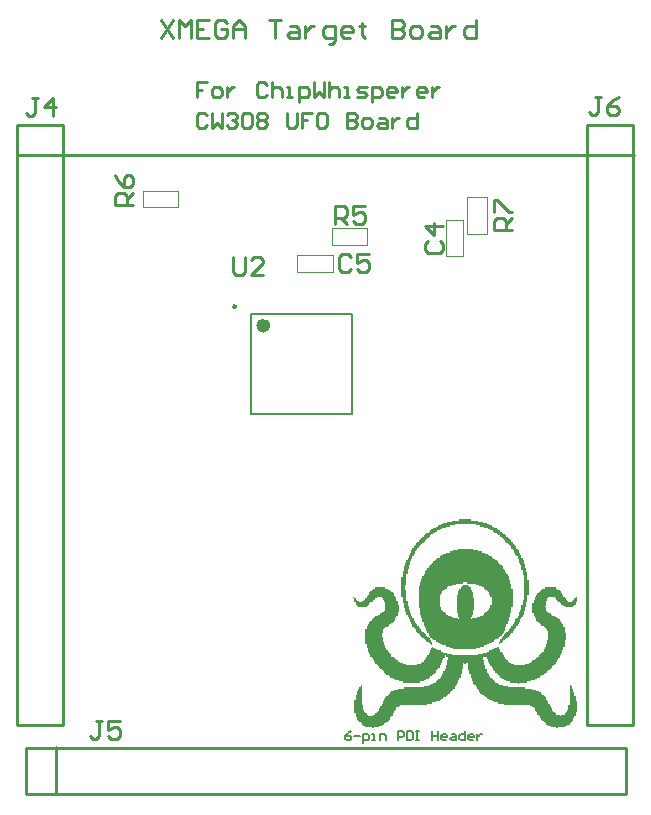
<source format=gto>
G04 Layer_Color=65535*
%FSLAX25Y25*%
%MOIN*%
G70*
G01*
G75*
%ADD17C,0.01000*%
%ADD29C,0.00984*%
%ADD30C,0.02362*%
%ADD31C,0.00394*%
%ADD32C,0.00787*%
%ADD33C,0.00800*%
G36*
X438141Y271916D02*
X439790D01*
Y271504D01*
X441027D01*
Y271092D01*
X442263D01*
Y270680D01*
X443088D01*
Y270267D01*
X443500D01*
Y269855D01*
X444324D01*
Y269443D01*
X444737D01*
Y269031D01*
X445561D01*
Y268619D01*
X445973D01*
Y268206D01*
X446385D01*
Y267794D01*
X446798D01*
Y267382D01*
X447210D01*
Y266970D01*
X447622D01*
Y266558D01*
X448034D01*
Y266145D01*
Y265733D01*
X448447D01*
Y265321D01*
X448859D01*
Y264909D01*
Y264496D01*
X449271D01*
Y264084D01*
X449683D01*
Y263672D01*
Y263260D01*
X450096D01*
Y262847D01*
Y262435D01*
Y262023D01*
X450508D01*
Y261611D01*
Y261199D01*
Y260786D01*
X450920D01*
Y260374D01*
Y259962D01*
Y259550D01*
Y259138D01*
X451332D01*
Y258725D01*
Y258313D01*
Y257901D01*
Y257489D01*
Y257077D01*
Y256664D01*
Y256252D01*
Y255840D01*
Y255428D01*
Y255015D01*
Y254603D01*
Y254191D01*
Y253779D01*
Y253366D01*
Y252954D01*
X450920D01*
Y252542D01*
Y252130D01*
Y251718D01*
Y251305D01*
Y250893D01*
X450508D01*
Y250481D01*
Y250069D01*
Y249657D01*
X450096D01*
Y249244D01*
Y248832D01*
Y248420D01*
X449683D01*
Y248008D01*
Y247596D01*
Y247183D01*
X449271D01*
Y246771D01*
Y246359D01*
X448859D01*
Y245947D01*
Y245534D01*
Y245122D01*
X448447D01*
Y244710D01*
Y244298D01*
X448034D01*
Y243885D01*
X447622D01*
Y243473D01*
X447210D01*
Y243061D01*
X446798D01*
Y242649D01*
X446385D01*
Y242237D01*
X445561D01*
Y241824D01*
X445149D01*
Y241412D01*
X444324D01*
Y241000D01*
X443500D01*
Y240588D01*
X442676D01*
Y240176D01*
X441851D01*
Y239763D01*
X440615D01*
Y239351D01*
X438966D01*
Y238939D01*
X431546D01*
Y239351D01*
X430309D01*
Y239763D01*
X429072D01*
Y240176D01*
X427836D01*
Y240588D01*
X427011D01*
Y241000D01*
X426599D01*
Y241412D01*
X425775D01*
Y241824D01*
X424950D01*
Y242237D01*
X424538D01*
Y242649D01*
X423714D01*
Y243061D01*
Y243473D01*
X423301D01*
Y243885D01*
Y244298D01*
X422889D01*
Y244710D01*
Y245122D01*
X422477D01*
Y245534D01*
Y245947D01*
X422065D01*
Y246359D01*
Y246771D01*
X421653D01*
Y247183D01*
Y247596D01*
Y248008D01*
X421240D01*
Y248420D01*
Y248832D01*
Y249244D01*
X420828D01*
Y249657D01*
Y250069D01*
Y250481D01*
X420416D01*
Y250893D01*
Y251305D01*
Y251718D01*
Y252130D01*
Y252542D01*
X420004D01*
Y252954D01*
Y253366D01*
Y253779D01*
Y254191D01*
Y254603D01*
Y255015D01*
Y255428D01*
Y255840D01*
Y256252D01*
Y256664D01*
Y257077D01*
Y257489D01*
Y257901D01*
Y258313D01*
Y258725D01*
Y259138D01*
Y259550D01*
Y259962D01*
X420416D01*
Y260374D01*
Y260786D01*
Y261199D01*
X420828D01*
Y261611D01*
Y262023D01*
Y262435D01*
X421240D01*
Y262847D01*
Y263260D01*
X421653D01*
Y263672D01*
Y264084D01*
X422065D01*
Y264496D01*
Y264909D01*
X422477D01*
Y265321D01*
X422889D01*
Y265733D01*
Y266145D01*
X423301D01*
Y266558D01*
X423714D01*
Y266970D01*
X424126D01*
Y267382D01*
X424538D01*
Y267794D01*
X424950D01*
Y268206D01*
X425362D01*
Y268619D01*
X425775D01*
Y269031D01*
X426187D01*
Y269443D01*
X427011D01*
Y269855D01*
X427423D01*
Y270267D01*
X428248D01*
Y270680D01*
X429072D01*
Y271092D01*
X430309D01*
Y271504D01*
X431546D01*
Y271916D01*
X433195D01*
Y272328D01*
X438141D01*
Y271916D01*
D02*
G37*
G36*
X465760Y259138D02*
X466172D01*
Y258725D01*
X466996D01*
Y258313D01*
X467409D01*
Y257901D01*
Y257489D01*
X467821D01*
Y257077D01*
X468233D01*
Y256664D01*
Y256252D01*
X468645D01*
Y255840D01*
X469058D01*
Y255428D01*
X469470D01*
Y255015D01*
X469882D01*
Y254603D01*
X471119D01*
Y255015D01*
X471531D01*
Y255428D01*
X471943D01*
Y255840D01*
X472355D01*
Y256252D01*
X472767D01*
Y255840D01*
Y255428D01*
Y255015D01*
Y254603D01*
X472355D01*
Y254191D01*
Y253779D01*
X471943D01*
Y253366D01*
X471531D01*
Y252954D01*
X468645D01*
Y253366D01*
X468233D01*
Y253779D01*
X467409D01*
Y254191D01*
X466996D01*
Y254603D01*
X466584D01*
Y255015D01*
X466172D01*
Y255428D01*
X465760D01*
Y255840D01*
X465347D01*
Y256252D01*
X463286D01*
Y255840D01*
X462874D01*
Y255428D01*
Y255015D01*
X462462D01*
Y254603D01*
Y254191D01*
Y253779D01*
Y253366D01*
X462050D01*
Y252954D01*
X462462D01*
Y252542D01*
Y252130D01*
Y251718D01*
X462874D01*
Y251305D01*
X463286D01*
Y250893D01*
X464111D01*
Y250481D01*
X464523D01*
Y250069D01*
X465347D01*
Y249657D01*
X466172D01*
Y249244D01*
X466584D01*
Y248832D01*
X466996D01*
Y248420D01*
X467409D01*
Y248008D01*
Y247596D01*
X467821D01*
Y247183D01*
X468233D01*
Y246771D01*
Y246359D01*
X468645D01*
Y245947D01*
Y245534D01*
Y245122D01*
Y244710D01*
Y244298D01*
X469058D01*
Y243885D01*
Y243473D01*
Y243061D01*
Y242649D01*
Y242237D01*
Y241824D01*
X468645D01*
Y241412D01*
Y241000D01*
Y240588D01*
Y240176D01*
Y239763D01*
X468233D01*
Y239351D01*
Y238939D01*
Y238527D01*
X467821D01*
Y238115D01*
Y237702D01*
X467409D01*
Y237290D01*
Y236878D01*
X466996D01*
Y236466D01*
Y236053D01*
X466584D01*
Y235641D01*
Y235229D01*
X466172D01*
Y234817D01*
X465760D01*
Y234404D01*
Y233992D01*
X465347D01*
Y233580D01*
X464935D01*
Y233168D01*
X464523D01*
Y232756D01*
X464111D01*
Y232343D01*
X463699D01*
Y231931D01*
X463286D01*
Y231519D01*
X462874D01*
Y231107D01*
X462050D01*
Y230695D01*
X461638D01*
Y230282D01*
X460813D01*
Y229870D01*
X460401D01*
Y229458D01*
X459577D01*
Y229046D01*
X458752D01*
Y228633D01*
X457515D01*
Y228221D01*
X456279D01*
Y227809D01*
X453393D01*
Y227397D01*
X452981D01*
Y227809D01*
X450508D01*
Y228221D01*
X449271D01*
Y228633D01*
X448447D01*
Y229046D01*
X447622D01*
Y229458D01*
X447210D01*
Y229870D01*
X446798D01*
Y230282D01*
X446385D01*
Y230695D01*
X445973D01*
Y231107D01*
X445561D01*
Y231519D01*
X445149D01*
Y231931D01*
X444737D01*
Y232343D01*
Y232756D01*
X444324D01*
Y233168D01*
X443912D01*
Y233580D01*
Y233992D01*
X443500D01*
Y234404D01*
Y234817D01*
X443088D01*
Y235229D01*
Y235641D01*
X442676D01*
Y236053D01*
Y236466D01*
X441439D01*
Y236053D01*
Y235641D01*
Y235229D01*
X441851D01*
Y234817D01*
Y234404D01*
Y233992D01*
Y233580D01*
X442263D01*
Y233168D01*
Y232756D01*
Y232343D01*
X442676D01*
Y231931D01*
Y231519D01*
Y231107D01*
X443088D01*
Y230695D01*
X443500D01*
Y230282D01*
Y229870D01*
X443912D01*
Y229458D01*
X444324D01*
Y229046D01*
X444737D01*
Y228633D01*
X445149D01*
Y228221D01*
X445561D01*
Y227809D01*
X446385D01*
Y227397D01*
X446798D01*
Y226985D01*
X448034D01*
Y226572D01*
X449683D01*
Y226160D01*
X455454D01*
Y225748D01*
X457928D01*
Y225336D01*
X459164D01*
Y224923D01*
X459989D01*
Y224511D01*
X460813D01*
Y224099D01*
X461225D01*
Y223687D01*
X461638D01*
Y223275D01*
X462050D01*
Y222862D01*
X462462D01*
Y222450D01*
Y222038D01*
X462874D01*
Y221626D01*
X463286D01*
Y221214D01*
Y220801D01*
X463699D01*
Y220389D01*
Y219977D01*
X464111D01*
Y219565D01*
Y219152D01*
X464523D01*
Y218740D01*
Y218328D01*
X464935D01*
Y217916D01*
X465347D01*
Y217504D01*
X465760D01*
Y217091D01*
X466996D01*
Y216679D01*
X467409D01*
Y217091D01*
X468645D01*
Y217504D01*
X469058D01*
Y217916D01*
X469470D01*
Y218328D01*
Y218740D01*
X469882D01*
Y219152D01*
Y219565D01*
Y219977D01*
Y220389D01*
X470294D01*
Y220801D01*
Y221214D01*
Y221626D01*
Y222038D01*
Y222450D01*
Y222862D01*
Y223275D01*
Y223687D01*
Y224099D01*
Y224511D01*
Y224923D01*
Y225336D01*
Y225748D01*
Y226160D01*
Y226572D01*
Y226985D01*
X470706D01*
Y226572D01*
X471119D01*
Y226160D01*
Y225748D01*
X471531D01*
Y225336D01*
Y224923D01*
Y224511D01*
X471943D01*
Y224099D01*
Y223687D01*
Y223275D01*
X472355D01*
Y222862D01*
Y222450D01*
Y222038D01*
Y221626D01*
X472767D01*
Y221214D01*
Y220801D01*
Y220389D01*
Y219977D01*
Y219565D01*
Y219152D01*
Y218740D01*
Y218328D01*
Y217916D01*
X472355D01*
Y217504D01*
Y217091D01*
Y216679D01*
X471943D01*
Y216267D01*
Y215855D01*
X471531D01*
Y215442D01*
Y215030D01*
X471119D01*
Y214618D01*
X470706D01*
Y214206D01*
X470294D01*
Y213794D01*
X469470D01*
Y213381D01*
X468645D01*
Y212969D01*
X466584D01*
Y212557D01*
X465760D01*
Y212969D01*
X464111D01*
Y213381D01*
X463286D01*
Y213794D01*
X462462D01*
Y214206D01*
X462050D01*
Y214618D01*
X461638D01*
Y215030D01*
X461225D01*
Y215442D01*
X460813D01*
Y215855D01*
X460401D01*
Y216267D01*
Y216679D01*
X459989D01*
Y217091D01*
X459577D01*
Y217504D01*
Y217916D01*
X459164D01*
Y218328D01*
X458752D01*
Y218740D01*
Y219152D01*
X458340D01*
Y219565D01*
X457928D01*
Y219977D01*
X457103D01*
Y220389D01*
X448447D01*
Y220801D01*
X446385D01*
Y221214D01*
X445149D01*
Y221626D01*
X444324D01*
Y222038D01*
X443500D01*
Y222450D01*
X442676D01*
Y222862D01*
X442263D01*
Y223275D01*
X441851D01*
Y223687D01*
X441027D01*
Y224099D01*
X440615D01*
Y224511D01*
X440202D01*
Y224923D01*
Y225336D01*
X439790D01*
Y225748D01*
X439378D01*
Y226160D01*
X438966D01*
Y226572D01*
Y226985D01*
X438553D01*
Y227397D01*
X438141D01*
Y227809D01*
Y228221D01*
X437729D01*
Y228633D01*
Y229046D01*
Y229458D01*
X437317D01*
Y229870D01*
Y230282D01*
Y230695D01*
X436904D01*
Y231107D01*
Y231519D01*
Y231931D01*
X436492D01*
Y232343D01*
Y232756D01*
Y233168D01*
Y233580D01*
Y233992D01*
Y234404D01*
X435668D01*
Y233992D01*
X435256D01*
Y234404D01*
X434843D01*
Y233992D01*
Y233580D01*
Y233168D01*
Y232756D01*
Y232343D01*
X434431D01*
Y231931D01*
Y231519D01*
Y231107D01*
Y230695D01*
X434019D01*
Y230282D01*
Y229870D01*
Y229458D01*
X433607D01*
Y229046D01*
Y228633D01*
X433195D01*
Y228221D01*
Y227809D01*
X432782D01*
Y227397D01*
Y226985D01*
X432370D01*
Y226572D01*
X431958D01*
Y226160D01*
Y225748D01*
X431546D01*
Y225336D01*
X431134D01*
Y224923D01*
X430721D01*
Y224511D01*
X430309D01*
Y224099D01*
X429897D01*
Y223687D01*
X429485D01*
Y223275D01*
X429072D01*
Y222862D01*
X428248D01*
Y222450D01*
X427423D01*
Y222038D01*
X427011D01*
Y221626D01*
X425775D01*
Y221214D01*
X424538D01*
Y220801D01*
X422889D01*
Y220389D01*
X413820D01*
Y219977D01*
X413408D01*
Y219565D01*
X412584D01*
Y219152D01*
Y218740D01*
X412172D01*
Y218328D01*
X411759D01*
Y217916D01*
Y217504D01*
X411347D01*
Y217091D01*
Y216679D01*
X410935D01*
Y216267D01*
X410523D01*
Y215855D01*
Y215442D01*
X410110D01*
Y215030D01*
X409698D01*
Y214618D01*
X409286D01*
Y214206D01*
X408462D01*
Y213794D01*
X407637D01*
Y213381D01*
X406813D01*
Y212969D01*
X405164D01*
Y212557D01*
X404339D01*
Y212969D01*
X402278D01*
Y213381D01*
X401454D01*
Y213794D01*
X401042D01*
Y214206D01*
X400629D01*
Y214618D01*
X400217D01*
Y215030D01*
X399805D01*
Y215442D01*
X399393D01*
Y215855D01*
Y216267D01*
X398980D01*
Y216679D01*
Y217091D01*
Y217504D01*
X398568D01*
Y217916D01*
Y218328D01*
Y218740D01*
Y219152D01*
Y219565D01*
Y219977D01*
Y220389D01*
Y220801D01*
Y221214D01*
Y221626D01*
Y222038D01*
X398980D01*
Y222450D01*
Y222862D01*
Y223275D01*
Y223687D01*
X399393D01*
Y224099D01*
Y224511D01*
Y224923D01*
X399805D01*
Y225336D01*
Y225748D01*
X400217D01*
Y226160D01*
X400629D01*
Y226572D01*
Y226985D01*
X401042D01*
Y226572D01*
Y226160D01*
Y225748D01*
Y225336D01*
Y224923D01*
Y224511D01*
Y224099D01*
Y223687D01*
Y223275D01*
Y222862D01*
Y222450D01*
Y222038D01*
Y221626D01*
Y221214D01*
Y220801D01*
Y220389D01*
X401454D01*
Y219977D01*
Y219565D01*
Y219152D01*
Y218740D01*
X401866D01*
Y218328D01*
Y217916D01*
X402278D01*
Y217504D01*
X402691D01*
Y217091D01*
X403103D01*
Y216679D01*
X404752D01*
Y217091D01*
X405576D01*
Y217504D01*
X405988D01*
Y217916D01*
X406400D01*
Y218328D01*
X406813D01*
Y218740D01*
Y219152D01*
X407225D01*
Y219565D01*
Y219977D01*
X407637D01*
Y220389D01*
Y220801D01*
X408049D01*
Y221214D01*
Y221626D01*
X408462D01*
Y222038D01*
Y222450D01*
X408874D01*
Y222862D01*
X409286D01*
Y223275D01*
X409698D01*
Y223687D01*
X410110D01*
Y224099D01*
X410523D01*
Y224511D01*
X410935D01*
Y224923D01*
X411759D01*
Y225336D01*
X412996D01*
Y225748D01*
X415057D01*
Y226160D01*
X421653D01*
Y226572D01*
X423301D01*
Y226985D01*
X424126D01*
Y227397D01*
X424950D01*
Y227809D01*
X425775D01*
Y228221D01*
X426187D01*
Y228633D01*
X426599D01*
Y229046D01*
X427011D01*
Y229458D01*
X427423D01*
Y229870D01*
X427836D01*
Y230282D01*
Y230695D01*
X428248D01*
Y231107D01*
Y231519D01*
X428660D01*
Y231931D01*
Y232343D01*
X429072D01*
Y232756D01*
Y233168D01*
Y233580D01*
X429485D01*
Y233992D01*
Y234404D01*
Y234817D01*
Y235229D01*
X429897D01*
Y235641D01*
Y236053D01*
Y236466D01*
X429072D01*
Y236878D01*
X428660D01*
Y236466D01*
Y236053D01*
X428248D01*
Y235641D01*
Y235229D01*
X427836D01*
Y234817D01*
Y234404D01*
X427423D01*
Y233992D01*
Y233580D01*
X427011D01*
Y233168D01*
Y232756D01*
X426599D01*
Y232343D01*
X426187D01*
Y231931D01*
X425775D01*
Y231519D01*
Y231107D01*
X425362D01*
Y230695D01*
X424950D01*
Y230282D01*
X424538D01*
Y229870D01*
X423714D01*
Y229458D01*
X423301D01*
Y229046D01*
X422477D01*
Y228633D01*
X421653D01*
Y228221D01*
X420416D01*
Y227809D01*
X414645D01*
Y228221D01*
X413408D01*
Y228633D01*
X412172D01*
Y229046D01*
X411347D01*
Y229458D01*
X410523D01*
Y229870D01*
X410110D01*
Y230282D01*
X409286D01*
Y230695D01*
X408874D01*
Y231107D01*
X408462D01*
Y231519D01*
X408049D01*
Y231931D01*
X407637D01*
Y232343D01*
X407225D01*
Y232756D01*
X406813D01*
Y233168D01*
X406400D01*
Y233580D01*
X405988D01*
Y233992D01*
X405576D01*
Y234404D01*
Y234817D01*
X405164D01*
Y235229D01*
X404752D01*
Y235641D01*
Y236053D01*
X404339D01*
Y236466D01*
X403927D01*
Y236878D01*
Y237290D01*
X403515D01*
Y237702D01*
Y238115D01*
X403103D01*
Y238527D01*
Y238939D01*
Y239351D01*
X402691D01*
Y239763D01*
Y240176D01*
Y240588D01*
X402278D01*
Y241000D01*
Y241412D01*
Y241824D01*
Y242237D01*
Y242649D01*
Y243061D01*
Y243473D01*
Y243885D01*
Y244298D01*
Y244710D01*
Y245122D01*
Y245534D01*
X402691D01*
Y245947D01*
Y246359D01*
Y246771D01*
X403103D01*
Y247183D01*
X403515D01*
Y247596D01*
Y248008D01*
X403927D01*
Y248420D01*
X404339D01*
Y248832D01*
X404752D01*
Y249244D01*
X405164D01*
Y249657D01*
X405576D01*
Y250069D01*
X406400D01*
Y250481D01*
X407225D01*
Y250893D01*
X407637D01*
Y251305D01*
X408462D01*
Y251718D01*
X408874D01*
Y252130D01*
Y252542D01*
Y252954D01*
Y253366D01*
Y253779D01*
Y254191D01*
Y254603D01*
X408462D01*
Y255015D01*
Y255428D01*
X408049D01*
Y255840D01*
X407637D01*
Y256252D01*
X405988D01*
Y255840D01*
X405576D01*
Y255428D01*
X404752D01*
Y255015D01*
Y254603D01*
X403927D01*
Y254191D01*
X403515D01*
Y253779D01*
X403103D01*
Y253366D01*
X402691D01*
Y252954D01*
X399805D01*
Y253366D01*
X399393D01*
Y253779D01*
X398980D01*
Y254191D01*
Y254603D01*
X398568D01*
Y255015D01*
Y255428D01*
Y255840D01*
X398156D01*
Y256252D01*
X398568D01*
Y255840D01*
X398980D01*
Y255428D01*
X399393D01*
Y255015D01*
X400217D01*
Y254603D01*
X401042D01*
Y255015D01*
X401866D01*
Y255428D01*
X402278D01*
Y255840D01*
X402691D01*
Y256252D01*
Y256664D01*
X403103D01*
Y257077D01*
X403515D01*
Y257489D01*
Y257901D01*
X403927D01*
Y258313D01*
X404339D01*
Y258725D01*
X404752D01*
Y259138D01*
X405576D01*
Y259550D01*
X408874D01*
Y259138D01*
X409698D01*
Y258725D01*
X410523D01*
Y258313D01*
X410935D01*
Y257901D01*
X411347D01*
Y257489D01*
X411759D01*
Y257077D01*
Y256664D01*
X412172D01*
Y256252D01*
X412584D01*
Y255840D01*
Y255428D01*
Y255015D01*
X412996D01*
Y254603D01*
Y254191D01*
Y253779D01*
X413408D01*
Y253366D01*
Y252954D01*
Y252542D01*
Y252130D01*
Y251718D01*
Y251305D01*
X412996D01*
Y250893D01*
Y250481D01*
Y250069D01*
X412584D01*
Y249657D01*
Y249244D01*
X412172D01*
Y248832D01*
Y248420D01*
X411759D01*
Y248008D01*
X411347D01*
Y247596D01*
X410935D01*
Y247183D01*
X410110D01*
Y246771D01*
X409698D01*
Y246359D01*
X408874D01*
Y245947D01*
X408462D01*
Y245534D01*
X408049D01*
Y245122D01*
Y244710D01*
Y244298D01*
X407637D01*
Y243885D01*
Y243473D01*
Y243061D01*
X408049D01*
Y242649D01*
Y242237D01*
Y241824D01*
Y241412D01*
X408462D01*
Y241000D01*
Y240588D01*
Y240176D01*
X408874D01*
Y239763D01*
Y239351D01*
X409286D01*
Y238939D01*
Y238527D01*
X409698D01*
Y238115D01*
X410110D01*
Y237702D01*
X410523D01*
Y237290D01*
X410935D01*
Y236878D01*
Y236466D01*
X411759D01*
Y236053D01*
X412172D01*
Y235641D01*
X412584D01*
Y235229D01*
X412996D01*
Y234817D01*
X413820D01*
Y234404D01*
X414645D01*
Y233992D01*
X415881D01*
Y233580D01*
X419591D01*
Y233992D01*
X420828D01*
Y234404D01*
X421240D01*
Y234817D01*
X421653D01*
Y235229D01*
X422065D01*
Y235641D01*
X422477D01*
Y236053D01*
Y236466D01*
X422889D01*
Y236878D01*
X423301D01*
Y237290D01*
Y237702D01*
X423714D01*
Y238115D01*
Y238527D01*
X424126D01*
Y238939D01*
Y239351D01*
X424538D01*
Y239763D01*
X424950D01*
Y239351D01*
X425362D01*
Y238939D01*
X426187D01*
Y238527D01*
X427423D01*
Y238115D01*
X428248D01*
Y237702D01*
X429485D01*
Y237290D01*
X431134D01*
Y236878D01*
X439790D01*
Y237290D01*
X441439D01*
Y237702D01*
X442676D01*
Y238115D01*
X443500D01*
Y238527D01*
X444324D01*
Y238939D01*
X445149D01*
Y239351D01*
X445973D01*
Y239763D01*
X446798D01*
Y239351D01*
Y238939D01*
X447210D01*
Y238527D01*
Y238115D01*
X447622D01*
Y237702D01*
X448034D01*
Y237290D01*
Y236878D01*
X448447D01*
Y236466D01*
X448859D01*
Y236053D01*
Y235641D01*
X449271D01*
Y235229D01*
X449683D01*
Y234817D01*
X450096D01*
Y234404D01*
X450920D01*
Y233992D01*
X451744D01*
Y233580D01*
X455454D01*
Y233992D01*
X456691D01*
Y234404D01*
X457515D01*
Y234817D01*
X457928D01*
Y235229D01*
X458752D01*
Y235641D01*
X459164D01*
Y236053D01*
X459577D01*
Y236466D01*
X459989D01*
Y236878D01*
X460401D01*
Y237290D01*
X460813D01*
Y237702D01*
X461225D01*
Y238115D01*
X461638D01*
Y238527D01*
Y238939D01*
X462050D01*
Y239351D01*
Y239763D01*
X462462D01*
Y240176D01*
Y240588D01*
X462874D01*
Y241000D01*
Y241412D01*
Y241824D01*
X463286D01*
Y242237D01*
Y242649D01*
Y243061D01*
Y243473D01*
Y243885D01*
Y244298D01*
Y244710D01*
Y245122D01*
X462874D01*
Y245534D01*
X462462D01*
Y245947D01*
X462050D01*
Y246359D01*
X461638D01*
Y246771D01*
X460813D01*
Y247183D01*
X460401D01*
Y247596D01*
X459989D01*
Y248008D01*
X459577D01*
Y248420D01*
X459164D01*
Y248832D01*
Y249244D01*
X458752D01*
Y249657D01*
Y250069D01*
X458340D01*
Y250481D01*
Y250893D01*
X457928D01*
Y251305D01*
Y251718D01*
Y252130D01*
Y252542D01*
Y252954D01*
Y253366D01*
Y253779D01*
Y254191D01*
X458340D01*
Y254603D01*
Y255015D01*
Y255428D01*
X458752D01*
Y255840D01*
Y256252D01*
X459164D01*
Y256664D01*
Y257077D01*
X459577D01*
Y257489D01*
X459989D01*
Y257901D01*
X460401D01*
Y258313D01*
X460813D01*
Y258725D01*
X461225D01*
Y259138D01*
X462050D01*
Y259550D01*
X465760D01*
Y259138D01*
D02*
G37*
G36*
X437317Y281809D02*
X439790D01*
Y281397D01*
X441439D01*
Y280985D01*
X442676D01*
Y280573D01*
X443500D01*
Y280161D01*
X444324D01*
Y279748D01*
X445149D01*
Y279336D01*
X445973D01*
Y278924D01*
X446385D01*
Y278512D01*
X447210D01*
Y278100D01*
X447622D01*
Y277687D01*
X448034D01*
Y277275D01*
X448859D01*
Y276863D01*
X449271D01*
Y276451D01*
X449683D01*
Y276039D01*
X450096D01*
Y275626D01*
X450508D01*
Y275214D01*
X450920D01*
Y274802D01*
X451332D01*
Y274390D01*
Y273977D01*
X451744D01*
Y273565D01*
X452157D01*
Y273153D01*
X452569D01*
Y272741D01*
Y272328D01*
X452981D01*
Y271916D01*
X453393D01*
Y271504D01*
Y271092D01*
X453805D01*
Y270680D01*
Y270267D01*
X454218D01*
Y269855D01*
Y269443D01*
X454630D01*
Y269031D01*
Y268619D01*
X455042D01*
Y268206D01*
Y267794D01*
Y267382D01*
X455454D01*
Y266970D01*
Y266558D01*
Y266145D01*
X455866D01*
Y265733D01*
Y265321D01*
Y264909D01*
Y264496D01*
X456279D01*
Y264084D01*
Y263672D01*
Y263260D01*
Y262847D01*
Y262435D01*
Y262023D01*
X456691D01*
Y261611D01*
Y261199D01*
Y260786D01*
Y260374D01*
Y259962D01*
Y259550D01*
Y259138D01*
Y258725D01*
Y258313D01*
Y257901D01*
Y257489D01*
Y257077D01*
X456279D01*
Y256664D01*
Y256252D01*
Y255840D01*
Y255428D01*
Y255015D01*
Y254603D01*
X455866D01*
Y254191D01*
Y253779D01*
Y253366D01*
Y252954D01*
X455454D01*
Y252542D01*
Y252130D01*
Y251718D01*
X455042D01*
Y251305D01*
Y250893D01*
Y250481D01*
X454630D01*
Y250069D01*
Y249657D01*
X454218D01*
Y249244D01*
Y248832D01*
X453805D01*
Y248420D01*
Y248008D01*
X453393D01*
Y247596D01*
Y247183D01*
X452981D01*
Y246771D01*
X452569D01*
Y246359D01*
Y245947D01*
X452157D01*
Y245534D01*
X451744D01*
Y245122D01*
X451332D01*
Y244710D01*
Y244298D01*
X450920D01*
Y243885D01*
X450508D01*
Y243473D01*
X450096D01*
Y243061D01*
X449683D01*
Y242649D01*
X449271D01*
Y242237D01*
X448859D01*
Y241824D01*
X448034D01*
Y241412D01*
X447622D01*
Y241000D01*
X447210D01*
Y240588D01*
X446798D01*
Y241000D01*
Y241412D01*
X447210D01*
Y241824D01*
Y242237D01*
X447622D01*
Y242649D01*
Y243061D01*
X448034D01*
Y243473D01*
X448447D01*
Y243885D01*
X448859D01*
Y244298D01*
X449271D01*
Y244710D01*
X449683D01*
Y245122D01*
X450096D01*
Y245534D01*
X450508D01*
Y245947D01*
X450920D01*
Y246359D01*
Y246771D01*
X451332D01*
Y247183D01*
X451744D01*
Y247596D01*
Y248008D01*
X452157D01*
Y248420D01*
Y248832D01*
X452569D01*
Y249244D01*
X452981D01*
Y249657D01*
Y250069D01*
X453393D01*
Y250481D01*
Y250893D01*
Y251305D01*
X453805D01*
Y251718D01*
Y252130D01*
X454218D01*
Y252542D01*
Y252954D01*
Y253366D01*
Y253779D01*
X454630D01*
Y254191D01*
Y254603D01*
Y255015D01*
Y255428D01*
X455042D01*
Y255840D01*
Y256252D01*
Y256664D01*
Y257077D01*
Y257489D01*
Y257901D01*
Y258313D01*
Y258725D01*
Y259138D01*
Y259550D01*
Y259962D01*
Y260374D01*
Y260786D01*
Y261199D01*
Y261611D01*
Y262023D01*
Y262435D01*
Y262847D01*
Y263260D01*
Y263672D01*
X454630D01*
Y264084D01*
Y264496D01*
Y264909D01*
Y265321D01*
X454218D01*
Y265733D01*
Y266145D01*
Y266558D01*
Y266970D01*
X453805D01*
Y267382D01*
Y267794D01*
X453393D01*
Y268206D01*
Y268619D01*
Y269031D01*
X452981D01*
Y269443D01*
Y269855D01*
X452569D01*
Y270267D01*
X452157D01*
Y270680D01*
Y271092D01*
X451744D01*
Y271504D01*
Y271916D01*
X451332D01*
Y272328D01*
X450920D01*
Y272741D01*
Y273153D01*
X450508D01*
Y273565D01*
X450096D01*
Y273977D01*
X449683D01*
Y274390D01*
X449271D01*
Y274802D01*
X448859D01*
Y275214D01*
X448447D01*
Y275626D01*
X448034D01*
Y276039D01*
X447622D01*
Y276451D01*
X447210D01*
Y276863D01*
X446385D01*
Y277275D01*
X445973D01*
Y277687D01*
X445149D01*
Y278100D01*
X444737D01*
Y278512D01*
X443912D01*
Y278924D01*
X443088D01*
Y279336D01*
X441851D01*
Y279748D01*
X440615D01*
Y280161D01*
X438966D01*
Y280573D01*
X431958D01*
Y280161D01*
X430309D01*
Y279748D01*
X429072D01*
Y279336D01*
X427836D01*
Y278924D01*
X427011D01*
Y278512D01*
X426187D01*
Y278100D01*
X425362D01*
Y277687D01*
X424950D01*
Y277275D01*
X424126D01*
Y276863D01*
X423714D01*
Y276451D01*
X423301D01*
Y276039D01*
X422889D01*
Y275626D01*
X422477D01*
Y275214D01*
X422065D01*
Y274802D01*
X421653D01*
Y274390D01*
X421240D01*
Y273977D01*
X420828D01*
Y273565D01*
X420416D01*
Y273153D01*
X420004D01*
Y272741D01*
X419591D01*
Y272328D01*
Y271916D01*
X419179D01*
Y271504D01*
X418767D01*
Y271092D01*
Y270680D01*
X418355D01*
Y270267D01*
Y269855D01*
X417942D01*
Y269443D01*
Y269031D01*
X417530D01*
Y268619D01*
Y268206D01*
X417118D01*
Y267794D01*
Y267382D01*
Y266970D01*
X416706D01*
Y266558D01*
Y266145D01*
Y265733D01*
X416294D01*
Y265321D01*
Y264909D01*
Y264496D01*
Y264084D01*
X415881D01*
Y263672D01*
Y263260D01*
Y262847D01*
Y262435D01*
Y262023D01*
Y261611D01*
Y261199D01*
Y260786D01*
Y260374D01*
X415469D01*
Y259962D01*
Y259550D01*
Y259138D01*
Y258725D01*
X415881D01*
Y258313D01*
Y257901D01*
Y257489D01*
Y257077D01*
Y256664D01*
Y256252D01*
Y255840D01*
Y255428D01*
Y255015D01*
X416294D01*
Y254603D01*
Y254191D01*
Y253779D01*
Y253366D01*
X416706D01*
Y252954D01*
Y252542D01*
Y252130D01*
X417118D01*
Y251718D01*
Y251305D01*
Y250893D01*
X417530D01*
Y250481D01*
Y250069D01*
X417942D01*
Y249657D01*
Y249244D01*
X418355D01*
Y248832D01*
Y248420D01*
X418767D01*
Y248008D01*
Y247596D01*
X419179D01*
Y247183D01*
X419591D01*
Y246771D01*
X420004D01*
Y246359D01*
Y245947D01*
X420416D01*
Y245534D01*
X420828D01*
Y245122D01*
X421240D01*
Y244710D01*
X421653D01*
Y244298D01*
X422065D01*
Y243885D01*
X422477D01*
Y243473D01*
X422889D01*
Y243061D01*
X423301D01*
Y242649D01*
X423714D01*
Y242237D01*
Y241824D01*
X424126D01*
Y241412D01*
X424538D01*
Y241000D01*
Y240588D01*
Y240176D01*
X424126D01*
Y240588D01*
X423714D01*
Y241000D01*
X423301D01*
Y241412D01*
X422477D01*
Y241824D01*
X422065D01*
Y242237D01*
X421653D01*
Y242649D01*
X421240D01*
Y243061D01*
X420828D01*
Y243473D01*
X420416D01*
Y243885D01*
X420004D01*
Y244298D01*
X419591D01*
Y244710D01*
X419179D01*
Y245122D01*
Y245534D01*
X418767D01*
Y245947D01*
X418355D01*
Y246359D01*
X417942D01*
Y246771D01*
Y247183D01*
X417530D01*
Y247596D01*
Y248008D01*
X417118D01*
Y248420D01*
Y248832D01*
X416706D01*
Y249244D01*
Y249657D01*
X416294D01*
Y250069D01*
Y250481D01*
X415881D01*
Y250893D01*
Y251305D01*
X415469D01*
Y251718D01*
Y252130D01*
Y252542D01*
X415057D01*
Y252954D01*
Y253366D01*
Y253779D01*
Y254191D01*
X414645D01*
Y254603D01*
Y255015D01*
Y255428D01*
Y255840D01*
Y256252D01*
X414233D01*
Y256664D01*
Y257077D01*
Y257489D01*
Y257901D01*
Y258313D01*
Y258725D01*
Y259138D01*
Y259550D01*
Y259962D01*
Y260374D01*
Y260786D01*
Y261199D01*
Y261611D01*
Y262023D01*
Y262435D01*
Y262847D01*
X414645D01*
Y263260D01*
Y263672D01*
Y264084D01*
Y264496D01*
Y264909D01*
X415057D01*
Y265321D01*
Y265733D01*
Y266145D01*
Y266558D01*
X415469D01*
Y266970D01*
Y267382D01*
Y267794D01*
X415881D01*
Y268206D01*
Y268619D01*
X416294D01*
Y269031D01*
Y269443D01*
X416706D01*
Y269855D01*
Y270267D01*
X417118D01*
Y270680D01*
Y271092D01*
X417530D01*
Y271504D01*
Y271916D01*
X417942D01*
Y272328D01*
Y272741D01*
X418355D01*
Y273153D01*
X418767D01*
Y273565D01*
X419179D01*
Y273977D01*
Y274390D01*
X419591D01*
Y274802D01*
X420004D01*
Y275214D01*
X420416D01*
Y275626D01*
X420828D01*
Y276039D01*
X421240D01*
Y276451D01*
X421653D01*
Y276863D01*
X422065D01*
Y277275D01*
X422477D01*
Y277687D01*
X423301D01*
Y278100D01*
X423714D01*
Y278512D01*
X424126D01*
Y278924D01*
X424950D01*
Y279336D01*
X425775D01*
Y279748D01*
X426599D01*
Y280161D01*
X427423D01*
Y280573D01*
X428248D01*
Y280985D01*
X429485D01*
Y281397D01*
X431134D01*
Y281809D01*
X433607D01*
Y282222D01*
X437317D01*
Y281809D01*
D02*
G37*
%LPC*%
G36*
X436080Y261199D02*
X434843D01*
Y260786D01*
X432370D01*
Y260374D01*
X431134D01*
Y259962D01*
X429897D01*
Y259550D01*
X429485D01*
Y259138D01*
X428660D01*
Y258725D01*
X428248D01*
Y258313D01*
X427836D01*
Y257901D01*
Y257489D01*
X427423D01*
Y257077D01*
X427011D01*
Y256664D01*
Y256252D01*
Y255840D01*
Y255428D01*
Y255015D01*
Y254603D01*
Y254191D01*
Y253779D01*
Y253366D01*
Y252954D01*
X427423D01*
Y252542D01*
Y252130D01*
X427836D01*
Y251718D01*
X428248D01*
Y251305D01*
X428660D01*
Y250893D01*
X429072D01*
Y250481D01*
X429897D01*
Y250069D01*
X430721D01*
Y249657D01*
X431546D01*
Y249244D01*
X433195D01*
Y248832D01*
X433607D01*
Y249244D01*
Y249657D01*
X433195D01*
Y250069D01*
Y250481D01*
Y250893D01*
X432782D01*
Y251305D01*
Y251718D01*
Y252130D01*
Y252542D01*
Y252954D01*
Y253366D01*
Y253779D01*
Y254191D01*
Y254603D01*
Y255015D01*
Y255428D01*
Y255840D01*
Y256252D01*
Y256664D01*
Y257077D01*
X433195D01*
Y257489D01*
Y257901D01*
Y258313D01*
X433607D01*
Y258725D01*
Y259138D01*
X434019D01*
Y259550D01*
X434431D01*
Y259962D01*
X434843D01*
Y260374D01*
X436492D01*
Y259962D01*
X436904D01*
Y259550D01*
X437317D01*
Y259138D01*
Y258725D01*
X437729D01*
Y258313D01*
Y257901D01*
X438141D01*
Y257489D01*
Y257077D01*
Y256664D01*
Y256252D01*
Y255840D01*
X438553D01*
Y255428D01*
Y255015D01*
Y254603D01*
Y254191D01*
Y253779D01*
Y253366D01*
Y252954D01*
Y252542D01*
Y252130D01*
X438141D01*
Y251718D01*
Y251305D01*
Y250893D01*
Y250481D01*
X437729D01*
Y250069D01*
Y249657D01*
X437317D01*
Y249244D01*
Y248832D01*
X437729D01*
Y249244D01*
X439378D01*
Y249657D01*
X440615D01*
Y250069D01*
X441439D01*
Y250481D01*
X441851D01*
Y250893D01*
X442263D01*
Y251305D01*
X442676D01*
Y251718D01*
X443088D01*
Y252130D01*
X443500D01*
Y252542D01*
X443912D01*
Y252954D01*
Y253366D01*
Y253779D01*
X444324D01*
Y254191D01*
Y254603D01*
Y255015D01*
Y255428D01*
Y255840D01*
Y256252D01*
X443912D01*
Y256664D01*
Y257077D01*
X443500D01*
Y257489D01*
Y257901D01*
X443088D01*
Y258313D01*
X442676D01*
Y258725D01*
X442263D01*
Y259138D01*
X441851D01*
Y259550D01*
X441027D01*
Y259962D01*
X440202D01*
Y260374D01*
X438966D01*
Y260786D01*
X436080D01*
Y261199D01*
D02*
G37*
%LPD*%
D17*
X476126Y213500D02*
Y413500D01*
Y213500D02*
X491500D01*
Y413500D01*
X476126D02*
X491500D01*
X476126Y403500D02*
X491874D01*
X289000Y190626D02*
X489000D01*
Y206000D01*
X289000D02*
X489000D01*
X289000Y190626D02*
Y206000D01*
X299000Y190626D02*
Y206374D01*
X286126Y213500D02*
Y413500D01*
Y213500D02*
X301500D01*
Y413500D01*
X286126D02*
X301500D01*
X286126Y403500D02*
X301874D01*
X476126D01*
X349332Y427829D02*
X346000D01*
Y425330D01*
X347666D01*
X346000D01*
Y422830D01*
X351831D02*
X353498D01*
X354331Y423664D01*
Y425330D01*
X353498Y426163D01*
X351831D01*
X350998Y425330D01*
Y423664D01*
X351831Y422830D01*
X355997Y426163D02*
Y422830D01*
Y424497D01*
X356830Y425330D01*
X357663Y426163D01*
X358496D01*
X369326Y426996D02*
X368493Y427829D01*
X366827D01*
X365993Y426996D01*
Y423664D01*
X366827Y422830D01*
X368493D01*
X369326Y423664D01*
X370992Y427829D02*
Y422830D01*
Y425330D01*
X371825Y426163D01*
X373491D01*
X374324Y425330D01*
Y422830D01*
X375990D02*
X377656D01*
X376823D01*
Y426163D01*
X375990D01*
X380156Y421164D02*
Y426163D01*
X382655D01*
X383488Y425330D01*
Y423664D01*
X382655Y422830D01*
X380156D01*
X385154Y427829D02*
Y422830D01*
X386820Y424497D01*
X388486Y422830D01*
Y427829D01*
X390152D02*
Y422830D01*
Y425330D01*
X390985Y426163D01*
X392652D01*
X393485Y425330D01*
Y422830D01*
X395151D02*
X396817D01*
X395984D01*
Y426163D01*
X395151D01*
X399316Y422830D02*
X401815D01*
X402648Y423664D01*
X401815Y424497D01*
X400149D01*
X399316Y425330D01*
X400149Y426163D01*
X402648D01*
X404314Y421164D02*
Y426163D01*
X406814D01*
X407647Y425330D01*
Y423664D01*
X406814Y422830D01*
X404314D01*
X411812D02*
X410146D01*
X409313Y423664D01*
Y425330D01*
X410146Y426163D01*
X411812D01*
X412645Y425330D01*
Y424497D01*
X409313D01*
X414311Y426163D02*
Y422830D01*
Y424497D01*
X415144Y425330D01*
X415977Y426163D01*
X416810D01*
X421809Y422830D02*
X420143D01*
X419310Y423664D01*
Y425330D01*
X420143Y426163D01*
X421809D01*
X422642Y425330D01*
Y424497D01*
X419310D01*
X424308Y426163D02*
Y422830D01*
Y424497D01*
X425141Y425330D01*
X425974Y426163D01*
X426807D01*
X349332Y416932D02*
X348499Y417765D01*
X346833D01*
X346000Y416932D01*
Y413599D01*
X346833Y412766D01*
X348499D01*
X349332Y413599D01*
X350998Y417765D02*
Y412766D01*
X352664Y414432D01*
X354331Y412766D01*
Y417765D01*
X355997Y416932D02*
X356830Y417765D01*
X358496D01*
X359329Y416932D01*
Y416098D01*
X358496Y415265D01*
X357663D01*
X358496D01*
X359329Y414432D01*
Y413599D01*
X358496Y412766D01*
X356830D01*
X355997Y413599D01*
X360995Y416932D02*
X361828Y417765D01*
X363494D01*
X364327Y416932D01*
Y413599D01*
X363494Y412766D01*
X361828D01*
X360995Y413599D01*
Y416932D01*
X365993D02*
X366827Y417765D01*
X368493D01*
X369326Y416932D01*
Y416098D01*
X368493Y415265D01*
X369326Y414432D01*
Y413599D01*
X368493Y412766D01*
X366827D01*
X365993Y413599D01*
Y414432D01*
X366827Y415265D01*
X365993Y416098D01*
Y416932D01*
X366827Y415265D02*
X368493D01*
X375990Y417765D02*
Y413599D01*
X376823Y412766D01*
X378489D01*
X379323Y413599D01*
Y417765D01*
X384321D02*
X380989D01*
Y415265D01*
X382655D01*
X380989D01*
Y412766D01*
X388486Y417765D02*
X386820D01*
X385987Y416932D01*
Y413599D01*
X386820Y412766D01*
X388486D01*
X389319Y413599D01*
Y416932D01*
X388486Y417765D01*
X395984D02*
Y412766D01*
X398483D01*
X399316Y413599D01*
Y414432D01*
X398483Y415265D01*
X395984D01*
X398483D01*
X399316Y416098D01*
Y416932D01*
X398483Y417765D01*
X395984D01*
X401815Y412766D02*
X403481D01*
X404314Y413599D01*
Y415265D01*
X403481Y416098D01*
X401815D01*
X400982Y415265D01*
Y413599D01*
X401815Y412766D01*
X406814Y416098D02*
X408480D01*
X409313Y415265D01*
Y412766D01*
X406814D01*
X405981Y413599D01*
X406814Y414432D01*
X409313D01*
X410979Y416098D02*
Y412766D01*
Y414432D01*
X411812Y415265D01*
X412645Y416098D01*
X413478D01*
X419310Y417765D02*
Y412766D01*
X416810D01*
X415977Y413599D01*
Y415265D01*
X416810Y416098D01*
X419310D01*
X423002Y374999D02*
X422002Y373999D01*
Y372000D01*
X423002Y371000D01*
X427000D01*
X428000Y372000D01*
Y373999D01*
X427000Y374999D01*
X428000Y379997D02*
X422002D01*
X425001Y376998D01*
Y380997D01*
X480649Y422948D02*
X478649D01*
X479649D01*
Y417950D01*
X478649Y416950D01*
X477650D01*
X476650Y417950D01*
X486647Y422948D02*
X484647Y421948D01*
X482648Y419949D01*
Y417950D01*
X483648Y416950D01*
X485647D01*
X486647Y417950D01*
Y418949D01*
X485647Y419949D01*
X482648D01*
X314499Y214998D02*
X312499D01*
X313499D01*
Y210000D01*
X312499Y209000D01*
X311500D01*
X310500Y210000D01*
X320497Y214998D02*
X316498D01*
Y211999D01*
X318497Y212999D01*
X319497D01*
X320497Y211999D01*
Y210000D01*
X319497Y209000D01*
X317498D01*
X316498Y210000D01*
X292999Y422498D02*
X290999D01*
X291999D01*
Y417500D01*
X290999Y416500D01*
X290000D01*
X289000Y417500D01*
X297997Y416500D02*
Y422498D01*
X294998Y419499D01*
X298997D01*
X392000Y380500D02*
Y386498D01*
X394999D01*
X395999Y385498D01*
Y383499D01*
X394999Y382499D01*
X392000D01*
X393999D02*
X395999Y380500D01*
X401997Y386498D02*
X397998D01*
Y383499D01*
X399997Y384499D01*
X400997D01*
X401997Y383499D01*
Y381500D01*
X400997Y380500D01*
X398998D01*
X397998Y381500D01*
X324850Y387050D02*
X318852D01*
Y390049D01*
X319852Y391049D01*
X321851D01*
X322851Y390049D01*
Y387050D01*
Y389049D02*
X324850Y391049D01*
X318852Y397047D02*
X319852Y395047D01*
X321851Y393048D01*
X323850D01*
X324850Y394048D01*
Y396047D01*
X323850Y397047D01*
X322851D01*
X321851Y396047D01*
Y393048D01*
X451000Y378500D02*
X445002D01*
Y381499D01*
X446002Y382499D01*
X448001D01*
X449001Y381499D01*
Y378500D01*
Y380499D02*
X451000Y382499D01*
X445002Y384498D02*
Y388497D01*
X446002D01*
X450000Y384498D01*
X451000D01*
X358000Y369498D02*
Y364500D01*
X359000Y363500D01*
X360999D01*
X361999Y364500D01*
Y369498D01*
X367997Y363500D02*
X363998D01*
X367997Y367499D01*
Y368498D01*
X366997Y369498D01*
X364998D01*
X363998Y368498D01*
X397597Y369498D02*
X396598Y370498D01*
X394598D01*
X393598Y369498D01*
Y365500D01*
X394598Y364500D01*
X396598D01*
X397597Y365500D01*
X403595Y370498D02*
X399597D01*
Y367499D01*
X401596Y368499D01*
X402596D01*
X403595Y367499D01*
Y365500D01*
X402596Y364500D01*
X400596D01*
X399597Y365500D01*
X334000Y448498D02*
X337999Y442500D01*
Y448498D02*
X334000Y442500D01*
X339998D02*
Y448498D01*
X341997Y446499D01*
X343997Y448498D01*
Y442500D01*
X349995Y448498D02*
X345996D01*
Y442500D01*
X349995D01*
X345996Y445499D02*
X347995D01*
X355993Y447498D02*
X354993Y448498D01*
X352994D01*
X351994Y447498D01*
Y443500D01*
X352994Y442500D01*
X354993D01*
X355993Y443500D01*
Y445499D01*
X353994D01*
X357992Y442500D02*
Y446499D01*
X359992Y448498D01*
X361991Y446499D01*
Y442500D01*
Y445499D01*
X357992D01*
X369988Y448498D02*
X373987D01*
X371988D01*
Y442500D01*
X376986Y446499D02*
X378985D01*
X379985Y445499D01*
Y442500D01*
X376986D01*
X375986Y443500D01*
X376986Y444499D01*
X379985D01*
X381984Y446499D02*
Y442500D01*
Y444499D01*
X382984Y445499D01*
X383984Y446499D01*
X384983D01*
X389982Y440501D02*
X390982D01*
X391981Y441500D01*
Y446499D01*
X388982D01*
X387983Y445499D01*
Y443500D01*
X388982Y442500D01*
X391981D01*
X396980D02*
X394980D01*
X393981Y443500D01*
Y445499D01*
X394980Y446499D01*
X396980D01*
X397979Y445499D01*
Y444499D01*
X393981D01*
X400978Y447498D02*
Y446499D01*
X399979D01*
X401978D01*
X400978D01*
Y443500D01*
X401978Y442500D01*
X410975Y448498D02*
Y442500D01*
X413974D01*
X414974Y443500D01*
Y444499D01*
X413974Y445499D01*
X410975D01*
X413974D01*
X414974Y446499D01*
Y447498D01*
X413974Y448498D01*
X410975D01*
X417973Y442500D02*
X419972D01*
X420972Y443500D01*
Y445499D01*
X419972Y446499D01*
X417973D01*
X416973Y445499D01*
Y443500D01*
X417973Y442500D01*
X423971Y446499D02*
X425970D01*
X426970Y445499D01*
Y442500D01*
X423971D01*
X422971Y443500D01*
X423971Y444499D01*
X426970D01*
X428969Y446499D02*
Y442500D01*
Y444499D01*
X429969Y445499D01*
X430969Y446499D01*
X431968D01*
X438966Y448498D02*
Y442500D01*
X435967D01*
X434967Y443500D01*
Y445499D01*
X435967Y446499D01*
X438966D01*
D29*
X359051Y353095D02*
G03*
X359051Y353095I-492J0D01*
G01*
D30*
X369386Y346795D02*
G03*
X369386Y346795I-1181J0D01*
G01*
D31*
X429244Y370094D02*
Y381905D01*
X434756Y370094D02*
Y381905D01*
X429244Y370094D02*
X434756D01*
X429244Y381905D02*
X434756D01*
X402906Y373744D02*
Y379256D01*
X391094Y373744D02*
Y379256D01*
Y373744D02*
X402906D01*
X391094Y379256D02*
X402906D01*
X436154Y389799D02*
X442846D01*
X436154Y377201D02*
X442846D01*
Y389799D01*
X436154Y377201D02*
Y389799D01*
X339906Y386244D02*
Y391756D01*
X328095Y386244D02*
Y391756D01*
Y386244D02*
X339906D01*
X328095Y391756D02*
X339906D01*
X379594Y364744D02*
Y370256D01*
X391406Y364744D02*
Y370256D01*
X379594D02*
X391406D01*
X379594Y364744D02*
X391406D01*
D32*
X364268Y317268D02*
Y350732D01*
X397732Y317268D02*
Y350732D01*
X364268D02*
X397732D01*
X364268Y317268D02*
X397732D01*
D33*
X397499Y211499D02*
X396500Y210999D01*
X395500Y209999D01*
Y209000D01*
X396000Y208500D01*
X397000D01*
X397499Y209000D01*
Y209500D01*
X397000Y209999D01*
X395500D01*
X398499D02*
X400498D01*
X401498Y207500D02*
Y210499D01*
X402998D01*
X403497Y209999D01*
Y209000D01*
X402998Y208500D01*
X401498D01*
X404497D02*
X405497D01*
X404997D01*
Y210499D01*
X404497D01*
X406996Y208500D02*
Y210499D01*
X408496D01*
X408996Y209999D01*
Y208500D01*
X412994D02*
Y211499D01*
X414494D01*
X414994Y210999D01*
Y209999D01*
X414494Y209500D01*
X412994D01*
X415993Y211499D02*
Y208500D01*
X417493D01*
X417993Y209000D01*
Y210999D01*
X417493Y211499D01*
X415993D01*
X418992D02*
X419992D01*
X419492D01*
Y208500D01*
X418992D01*
X419992D01*
X424491Y211499D02*
Y208500D01*
Y209999D01*
X426490D01*
Y211499D01*
Y208500D01*
X428989D02*
X427989D01*
X427490Y209000D01*
Y209999D01*
X427989Y210499D01*
X428989D01*
X429489Y209999D01*
Y209500D01*
X427490D01*
X430989Y210499D02*
X431988D01*
X432488Y209999D01*
Y208500D01*
X430989D01*
X430489Y209000D01*
X430989Y209500D01*
X432488D01*
X435487Y211499D02*
Y208500D01*
X433988D01*
X433488Y209000D01*
Y209999D01*
X433988Y210499D01*
X435487D01*
X437986Y208500D02*
X436987D01*
X436487Y209000D01*
Y209999D01*
X436987Y210499D01*
X437986D01*
X438486Y209999D01*
Y209500D01*
X436487D01*
X439486Y210499D02*
Y208500D01*
Y209500D01*
X439986Y209999D01*
X440485Y210499D01*
X440985D01*
M02*

</source>
